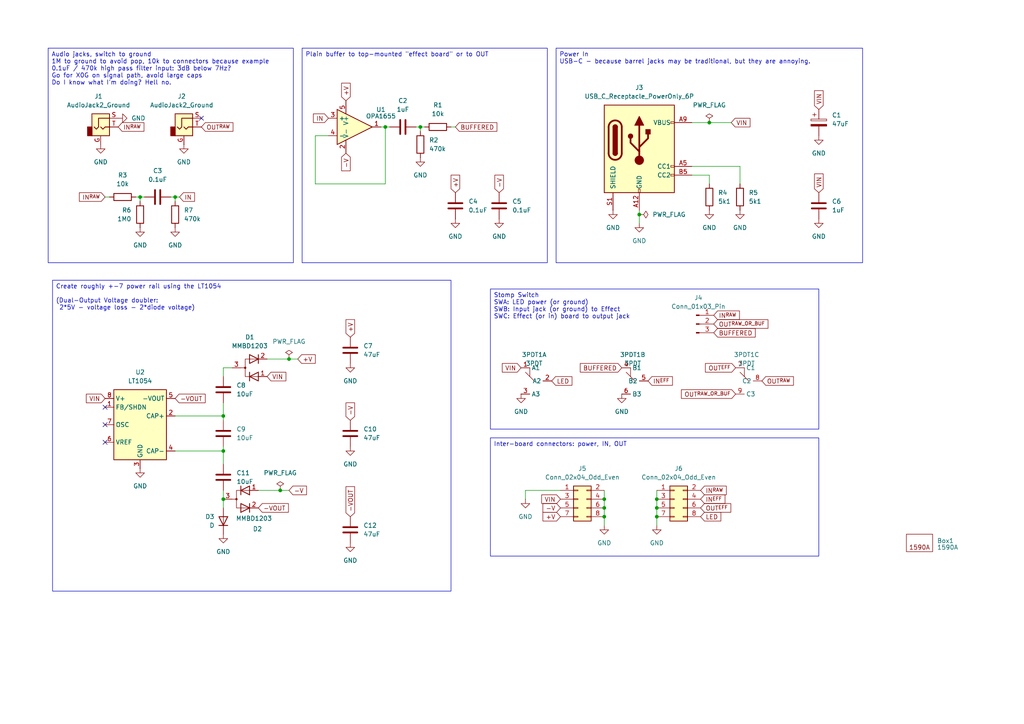
<source format=kicad_sch>
(kicad_sch (version 20231120) (generator "eeschema") (generator_version "8.0")
  (paper "A4")
  (title_block (title "Base board with USB-C and LT1054 for power rails") (date "2025-02-28") (rev "v1.0"))
  (lib_symbols
    (symbol "Connector:Conn_01x03_Pin" (pin_names (offset 1.016) hide)
      (property "Reference" "J" (at 0 5.08 0))
      (property "Value" "Conn_01x03_Pin" (at 0 -5.08 0))
      (symbol "Conn_01x03_Pin_1_1"
        (polyline (pts (xy 1.27 -2.54) (xy 0.8636 -2.54)) (stroke (width 0.1524)))
        (polyline (pts (xy 1.27 0) (xy 0.8636 0)) (stroke (width 0.1524)))
        (polyline (pts (xy 1.27 2.54) (xy 0.8636 2.54)) (stroke (width 0.1524)))
        (rectangle (start 0.8636 -2.413) (end 0 -2.667) (stroke (width 0.1524)) (fill (type outline)))
        (rectangle (start 0.8636 0.127) (end 0 -0.127) (stroke (width 0.1524)) (fill (type outline)))
        (rectangle (start 0.8636 2.667) (end 0 2.413) (stroke (width 0.1524)) (fill (type outline)))
        (pin passive line (at 5.08 2.54 180) (length 3.81) (name "Pin_1") (number "1"))
        (pin passive line (at 5.08 0 180) (length 3.81) (name "Pin_2") (number "2"))
        (pin passive line (at 5.08 -2.54 180) (length 3.81) (name "Pin_3") (number "3"))
      )
    )
    (symbol "Connector:USB_C_Receptacle_PowerOnly_6P" (pin_names (offset 1.016))
      (property "Reference" "J" (at 0 16.51 0))
      (property "Value" "USB_C_Receptacle_PowerOnly_6P" (at 0 13.97 0))
      (symbol "USB_C_Receptacle_PowerOnly_6P_0_0"
        (rectangle (start -0.254 -12.7) (end 0.254 -11.684))
        (rectangle (start 10.16 -7.366) (end 9.144 -7.874))
        (rectangle (start 10.16 -4.826) (end 9.144 -5.334))
        (rectangle (start 10.16 7.874) (end 9.144 7.366))
      )
      (symbol "USB_C_Receptacle_PowerOnly_6P_0_1"
        (rectangle (start -10.16 12.7) (end 10.16 -12.7) (stroke (width 0.254)) (fill (type background)))
        (arc (start -8.89 -1.27) (mid -6.985 -3.1667) (end -5.08 -1.27) (stroke (width 0.508)))
        (arc (start -7.62 -1.27) (mid -6.985 -1.9023) (end -6.35 -1.27) (stroke (width 0.254)))
        (arc (start -7.62 -1.27) (mid -6.985 -1.9023) (end -6.35 -1.27) (stroke (width 0.254)) (fill (type outline)))
        (rectangle (start -7.62 -1.27) (end -6.35 6.35) (stroke (width 0.254)) (fill (type outline)))
        (arc (start -6.35 6.35) (mid -6.985 6.9823) (end -7.62 6.35) (stroke (width 0.254)))
        (arc (start -6.35 6.35) (mid -6.985 6.9823) (end -7.62 6.35) (stroke (width 0.254)) (fill (type outline)))
        (arc (start -5.08 6.35) (mid -6.985 8.2467) (end -8.89 6.35) (stroke (width 0.508)))
        (circle (center -2.54 3.683) (radius 0.635) (stroke (width 0.254)) (fill (type outline)))
        (circle (center 0 -3.302) (radius 1.27) (fill (type outline)))
        (polyline (pts (xy -8.89 -1.27) (xy -8.89 6.35)) (stroke (width 0.508)))
        (polyline (pts (xy -5.08 6.35) (xy -5.08 -1.27)) (stroke (width 0.508)))
        (polyline (pts (xy 0 -3.302) (xy 0 6.858)) (stroke (width 0.508)))
        (polyline (pts (xy 0 -0.762) (xy -2.54 1.778) (xy -2.54 3.048)) (stroke (width 0.508)))
        (polyline (pts (xy 0 0.508) (xy 2.54 3.048) (xy 2.54 4.318)) (stroke (width 0.508)))
        (polyline (pts (xy -1.27 6.858) (xy 0 9.398) (xy 1.27 6.858) (xy -1.27 6.858)) (stroke (width 0.254)) (fill (type outline)))
        (rectangle (start 1.905 4.318) (end 3.175 5.588) (stroke (width 0.254)) (fill (type outline)))
      )
      (symbol "USB_C_Receptacle_PowerOnly_6P_1_1"
        (pin passive line (at 0 -17.78 90) (length 5.08) (name "GND") (number "A12"))
        (pin bidirectional line (at 15.24 -5.08 180) (length 5.08) (name "CC1") (number "A5"))
        (pin passive line (at 15.24 7.62 180) (length 5.08) (name "VBUS") (number "A9"))
        (pin passive line (at 0 -17.78 90) (length 5.08) hide (name "GND") (number "B12"))
        (pin bidirectional line (at 15.24 -7.62 180) (length 5.08) (name "CC2") (number "B5"))
        (pin passive line (at 15.24 7.62 180) (length 5.08) hide (name "VBUS") (number "B9"))
        (pin passive line (at -7.62 -17.78 90) (length 5.08) (name "SHIELD") (number "S1"))
      )
    )
    (symbol "Connector_Audio:AudioJack2_Ground"
      (property "Reference" "J" (at 0 8.89 0))
      (property "Value" "AudioJack2_Ground" (at 0 6.35 0))
      (symbol "AudioJack2_Ground_0_1"
        (rectangle (start -2.54 -2.54) (end -3.81 0) (stroke (width 0.254)) (fill (type outline)))
        (polyline (pts (xy 0 0) (xy 0.635 -0.635) (xy 1.27 0) (xy 2.54 0)) (stroke (width 0.254)))
        (polyline (pts (xy 2.54 2.54) (xy -0.635 2.54) (xy -0.635 0) (xy -1.27 -0.635) (xy -1.905 0)) (stroke (width 0.254)))
        (rectangle (start 2.54 3.81) (end -2.54 -2.54) (stroke (width 0.254)) (fill (type background)))
      )
      (symbol "AudioJack2_Ground_1_1"
        (pin passive line (at 0 -5.08 90) (length 2.54) (name "~") (number "G"))
        (pin passive line (at 5.08 2.54 180) (length 2.54) (name "~") (number "S"))
        (pin passive line (at 5.08 0 180) (length 2.54) (name "~") (number "T"))
      )
    )
    (symbol "Connector_Generic:Conn_02x04_Odd_Even" (pin_names (offset 1.016) hide)
      (property "Reference" "J" (at 1.27 5.08 0))
      (property "Value" "Conn_02x04_Odd_Even" (at 1.27 -7.62 0))
      (symbol "Conn_02x04_Odd_Even_1_1"
        (rectangle (start -1.27 -4.953) (end 0 -5.207) (stroke (width 0.1524)))
        (rectangle (start -1.27 -2.413) (end 0 -2.667) (stroke (width 0.1524)))
        (rectangle (start -1.27 0.127) (end 0 -0.127) (stroke (width 0.1524)))
        (rectangle (start -1.27 2.667) (end 0 2.413) (stroke (width 0.1524)))
        (rectangle (start -1.27 3.81) (end 3.81 -6.35) (stroke (width 0.254)) (fill (type background)))
        (rectangle (start 3.81 -4.953) (end 2.54 -5.207) (stroke (width 0.1524)))
        (rectangle (start 3.81 -2.413) (end 2.54 -2.667) (stroke (width 0.1524)))
        (rectangle (start 3.81 0.127) (end 2.54 -0.127) (stroke (width 0.1524)))
        (rectangle (start 3.81 2.667) (end 2.54 2.413) (stroke (width 0.1524)))
        (pin passive line (at -5.08 2.54 0) (length 3.81) (name "Pin_1") (number "1"))
        (pin passive line (at 7.62 2.54 180) (length 3.81) (name "Pin_2") (number "2"))
        (pin passive line (at -5.08 0 0) (length 3.81) (name "Pin_3") (number "3"))
        (pin passive line (at 7.62 0 180) (length 3.81) (name "Pin_4") (number "4"))
        (pin passive line (at -5.08 -2.54 0) (length 3.81) (name "Pin_5") (number "5"))
        (pin passive line (at 7.62 -2.54 180) (length 3.81) (name "Pin_6") (number "6"))
        (pin passive line (at -5.08 -5.08 0) (length 3.81) (name "Pin_7") (number "7"))
        (pin passive line (at 7.62 -5.08 180) (length 3.81) (name "Pin_8") (number "8"))
      )
    )
    (symbol "Device:C" (pin_numbers hide) (pin_names (offset 0.254))
      (property "Reference" "C" (at 0.635 2.54 0))
      (property "Value" "C" (at 0.635 -2.54 0))
      (symbol "C_0_1"
        (polyline (pts (xy -2.032 -0.762) (xy 2.032 -0.762)) (stroke (width 0.508)))
        (polyline (pts (xy -2.032 0.762) (xy 2.032 0.762)) (stroke (width 0.508)))
      )
      (symbol "C_1_1"
        (pin passive line (at 0 3.81 270) (length 2.794) (name "~") (number "1"))
        (pin passive line (at 0 -3.81 90) (length 2.794) (name "~") (number "2"))
      )
    )
    (symbol "Device:C_Polarized" (pin_numbers hide) (pin_names (offset 0.254))
      (property "Reference" "C" (at 0.635 2.54 0))
      (property "Value" "C_Polarized" (at 0.635 -2.54 0))
      (symbol "C_Polarized_0_1"
        (rectangle (start -2.286 0.508) (end 2.286 1.016))
        (polyline (pts (xy -1.778 2.286) (xy -0.762 2.286)))
        (polyline (pts (xy -1.27 2.794) (xy -1.27 1.778)))
        (rectangle (start 2.286 -0.508) (end -2.286 -1.016) (fill (type outline)))
      )
      (symbol "C_Polarized_1_1"
        (pin passive line (at 0 3.81 270) (length 2.794) (name "~") (number "1"))
        (pin passive line (at 0 -3.81 90) (length 2.794) (name "~") (number "2"))
      )
    )
    (symbol "Device:D" (pin_numbers hide) (pin_names (offset 1.016) hide)
      (property "Reference" "D" (at 0 2.54 0))
      (property "Value" "D" (at 0 -2.54 0))
      (symbol "D_0_1"
        (polyline (pts (xy -1.27 1.27) (xy -1.27 -1.27)) (stroke (width 0.254)))
        (polyline (pts (xy 1.27 0) (xy -1.27 0)))
        (polyline (pts (xy 1.27 1.27) (xy 1.27 -1.27) (xy -1.27 0) (xy 1.27 1.27)) (stroke (width 0.254)))
      )
      (symbol "D_1_1"
        (pin passive line (at -3.81 0 0) (length 2.54) (name "K") (number "1"))
        (pin passive line (at 3.81 0 180) (length 2.54) (name "A") (number "2"))
      )
    )
    (symbol "Device:D_Dual_Series_AKC_Parallel" (pin_names (offset 0.762) hide)
      (property "Reference" "D" (at 0 5.08 0))
      (property "Value" "D_Dual_Series_AKC_Parallel" (at 0 -5.08 0))
      (symbol "D_Dual_Series_AKC_Parallel_0_0"
        (polyline (pts (xy 0 -1.27) (xy 0 -3.81)) (stroke (width 0.254)))
        (polyline (pts (xy 2.54 3.81) (xy 2.54 1.27)) (stroke (width 0.254)))
      )
      (symbol "D_Dual_Series_AKC_Parallel_0_1"
        (circle (center -1.27 0) (radius 0.254) (fill (type outline)))
        (polyline (pts (xy -1.27 0) (xy -2.54 0)))
        (polyline (pts (xy 2.54 2.54) (xy -1.27 2.54) (xy -1.27 -2.54) (xy 2.54 -2.54)))
        (polyline (pts (xy 0 3.81) (xy 2.54 2.54) (xy 0 1.27) (xy 0 3.81) (xy 0 3.81) (xy 0 3.81)) (stroke (width 0.254)))
        (polyline (pts (xy 2.54 -1.27) (xy 0 -2.54) (xy 2.54 -3.81) (xy 2.54 -1.27) (xy 2.54 -1.27) (xy 2.54 -1.27)) (stroke (width 0.254)))
        (pin passive line (at 5.08 -2.54 180) (length 2.54) (name "A") (number "1"))
        (pin passive line (at 5.08 2.54 180) (length 2.54) (name "K") (number "2"))
        (pin passive line (at -5.08 0 0) (length 2.54) (name "common") (number "3"))
      )
    )
    (symbol "Device:R" (pin_numbers hide) (pin_names (offset 0))
      (property "Reference" "R" (at 2.032 0 90))
      (property "Value" "R" (at 0 0 90))
      (symbol "R_0_1"
        (rectangle (start -1.016 -2.54) (end 1.016 2.54) (stroke (width 0.254)))
      )
      (symbol "R_1_1"
        (pin passive line (at 0 3.81 270) (length 1.27) (name "~") (number "1"))
        (pin passive line (at 0 -3.81 90) (length 1.27) (name "~") (number "2"))
      )
    )
    (symbol "Mylib:3PDT"
      (property "Reference" "3PDT" (at 0 0 0))
      (symbol "3PDT_0_1"
        (polyline (pts (xy 0 -3.81) (xy 0 -6.35)))
        (polyline (pts (xy 1.27 -7.62) (xy -1.27 -5.08)))
      )
      (symbol "3PDT_1_1"
        (pin passive line (at -2.54 -3.81 0) (length 2.54) (name "A1") (number "1"))
        (pin passive line (at 6.35 -7.62 180) (length 2.54) (name "A2") (number "2"))
        (pin passive line (at -2.54 -11.43 0) (length 2.54) (name "A3") (number "3"))
      )
      (symbol "3PDT_2_1"
        (pin passive line (at -2.54 -3.81 0) (length 2.54) (name "B1") (number "4"))
        (pin passive line (at 5.08 -7.62 180) (length 2.54) (name "B2") (number "5"))
        (pin passive line (at -2.54 -11.43 0) (length 2.54) (name "B3") (number "6"))
      )
      (symbol "3PDT_3_1"
        (pin passive line (at -2.54 -3.81 0) (length 2.54) (name "C1") (number "7"))
        (pin passive line (at 5.08 -7.62 180) (length 2.54) (name "C2") (number "8"))
        (pin passive line (at -2.54 -11.43 0) (length 2.54) (name "C3") (number "9"))
      )
    )
    (symbol "Mylib:Enclosure_1590A"
      (property "Reference" "Box" (at 0 0 0))
      (symbol "Enclosure_1590A_0_1"
        (rectangle (start -3.81 1.27) (end 3.81 -3.81))
      )
      (symbol "Enclosure_1590A_1_1"
        (text "1590A" (at 0 -2.54 0) (effects (font (size 1.27 1.27))))
      )
    )
    (symbol "Mylib:OPA1655DVB"
      (property "Reference" "U" (at -6.35 6.35 0))
      (symbol "OPA1655DVB_0_1"
        (polyline (pts (xy 0 5.08) (xy 10.16 0) (xy 0 -5.08) (xy 0 5.08)) (stroke (width 0.254)) (fill (type background)))
        (pin power_in line (at 2.54 -7.62 90) (length 3.81) (name "V-") (number "2"))
        (pin power_in line (at 2.54 7.62 270) (length 3.81) (name "V+") (number "5"))
      )
      (symbol "OPA1655DVB_1_1"
        (pin output line (at 12.7 0 180) (length 2.54) (name "~") (number "1"))
        (pin input line (at -2.54 2.54 0) (length 2.54) (name "+") (number "3"))
        (pin input line (at -2.54 -2.54 0) (length 2.54) (name "-") (number "4"))
      )
    )
    (symbol "Regulator_SwitchedCapacitor:LT1054"
      (property "Reference" "U" (at -6.604 11.176 0))
      (property "Value" "LT1054" (at 4.318 11.176 0))
      (symbol "LT1054_0_1"
        (rectangle (start -7.62 10.16) (end 7.62 -10.16) (stroke (width 0.254)) (fill (type background)))
      )
      (symbol "LT1054_1_1"
        (pin input line (at -10.16 5.08 0) (length 2.54) (name "FB/SHDN") (number "1"))
        (pin input line (at 10.16 2.54 180) (length 2.54) (name "CAP+") (number "2"))
        (pin power_in line (at 0 -12.7 90) (length 2.54) (name "GND") (number "3"))
        (pin input line (at 10.16 -7.62 180) (length 2.54) (name "CAP-") (number "4"))
        (pin power_out line (at 10.16 7.62 180) (length 2.54) (name "-VOUT") (number "5"))
        (pin output line (at -10.16 -5.08 0) (length 2.54) (name "VREF") (number "6"))
        (pin input line (at -10.16 0 0) (length 2.54) (name "OSC") (number "7"))
        (pin power_in line (at -10.16 7.62 0) (length 2.54) (name "V+") (number "8"))
      )
    )
    (symbol "power:GND" (power) (pin_numbers hide) (pin_names (offset 0) hide)
      (property "Value" "GND" (at 0 -3.81 0))
      (symbol "GND_0_1"
        (polyline (pts (xy 0 0) (xy 0 -1.27) (xy 1.27 -1.27) (xy 0 -2.54) (xy -1.27 -1.27) (xy 0 -1.27)))
      )
      (symbol "GND_1_1"
        (pin power_in line (at 0 0 270) (length 0) (name "~") (number "1"))
      )
    )
    (symbol "power:PWR_FLAG" (power) (pin_numbers hide) (pin_names (offset 0) hide)
      (property "Value" "PWR_FLAG" (at 0 3.81 0))
      (symbol "PWR_FLAG_0_0"
        (pin power_out line (at 0 0 90) (length 0) (name "~") (number "1"))
      )
      (symbol "PWR_FLAG_0_1"
        (polyline (pts (xy 0 0) (xy 0 1.27) (xy -1.016 1.905) (xy 0 2.54) (xy 1.016 1.905) (xy 0 1.27)))
      )
    )
  )
  (junction (at 190.5 147.32))
  (junction (at 64.77 130.81))
  (junction (at 81.28 142.24))
  (junction (at 175.26 147.32))
  (junction (at 175.26 144.78))
  (junction (at 190.5 144.78))
  (junction (at 175.26 149.86))
  (junction (at 121.92 36.83))
  (junction (at 185.42 62.23))
  (junction (at 190.5 149.86))
  (junction (at 50.8 57.15))
  (junction (at 205.74 35.56))
  (junction (at 83.82 104.14))
  (junction (at 64.77 144.78))
  (junction (at 111.76 36.83))
  (junction (at 40.64 57.15))
  (junction (at 64.77 120.65))
  (no_connect (at 58.42 34.29))
  (no_connect (at 30.48 118.11))
  (no_connect (at 30.48 123.19))
  (no_connect (at 30.48 128.27))
  (wire (pts (xy 205.74 50.8) (xy 205.74 53.34)))
  (wire (pts (xy 212.09 35.56) (xy 205.74 35.56)))
  (wire (pts (xy 175.26 149.86) (xy 175.26 152.4)))
  (wire (pts (xy 64.77 106.68) (xy 67.31 106.68)))
  (wire (pts (xy 64.77 142.24) (xy 64.77 144.78)))
  (wire (pts (xy 130.81 36.83) (xy 132.08 36.83)))
  (wire (pts (xy 162.56 142.24) (xy 152.4 142.24)))
  (wire (pts (xy 40.64 57.15) (xy 40.64 58.42)))
  (wire (pts (xy 111.76 36.83) (xy 111.76 53.34)))
  (wire (pts (xy 64.77 129.54) (xy 64.77 130.81)))
  (wire (pts (xy 50.8 57.15) (xy 52.07 57.15)))
  (wire (pts (xy 91.44 53.34) (xy 91.44 39.37)))
  (wire (pts (xy 190.5 142.24) (xy 190.5 144.78)))
  (wire (pts (xy 40.64 57.15) (xy 41.91 57.15)))
  (wire (pts (xy 214.63 48.26) (xy 214.63 53.34)))
  (wire (pts (xy 111.76 53.34) (xy 91.44 53.34)))
  (wire (pts (xy 113.03 36.83) (xy 111.76 36.83)))
  (wire (pts (xy 190.5 144.78) (xy 190.5 147.32)))
  (wire (pts (xy 50.8 57.15) (xy 50.8 58.42)))
  (wire (pts (xy 81.28 142.24) (xy 74.93 142.24)))
  (wire (pts (xy 83.82 142.24) (xy 81.28 142.24)))
  (wire (pts (xy 185.42 64.77) (xy 185.42 62.23)))
  (wire (pts (xy 200.66 48.26) (xy 214.63 48.26)))
  (wire (pts (xy 175.26 147.32) (xy 175.26 149.86)))
  (wire (pts (xy 30.48 57.15) (xy 31.75 57.15)))
  (wire (pts (xy 185.42 62.23) (xy 185.42 60.96)))
  (wire (pts (xy 64.77 109.22) (xy 64.77 106.68)))
  (wire (pts (xy 64.77 116.84) (xy 64.77 120.65)))
  (wire (pts (xy 200.66 50.8) (xy 205.74 50.8)))
  (wire (pts (xy 64.77 144.78) (xy 64.77 147.32)))
  (wire (pts (xy 152.4 142.24) (xy 152.4 144.78)))
  (wire (pts (xy 83.82 104.14) (xy 77.47 104.14)))
  (wire (pts (xy 175.26 144.78) (xy 175.26 147.32)))
  (wire (pts (xy 50.8 130.81) (xy 64.77 130.81)))
  (wire (pts (xy 64.77 130.81) (xy 64.77 134.62)))
  (wire (pts (xy 190.5 149.86) (xy 190.5 152.4)))
  (wire (pts (xy 121.92 36.83) (xy 123.19 36.83)))
  (wire (pts (xy 205.74 35.56) (xy 200.66 35.56)))
  (wire (pts (xy 86.36 104.14) (xy 83.82 104.14)))
  (wire (pts (xy 50.8 120.65) (xy 64.77 120.65)))
  (wire (pts (xy 91.44 39.37) (xy 95.25 39.37)))
  (wire (pts (xy 49.53 57.15) (xy 50.8 57.15)))
  (wire (pts (xy 120.65 36.83) (xy 121.92 36.83)))
  (wire (pts (xy 110.49 36.83) (xy 111.76 36.83)))
  (wire (pts (xy 121.92 36.83) (xy 121.92 38.1)))
  (wire (pts (xy 64.77 120.65) (xy 64.77 121.92)))
  (wire (pts (xy 190.5 147.32) (xy 190.5 149.86)))
  (wire (pts (xy 175.26 142.24) (xy 175.26 144.78)))
  (wire (pts (xy 39.37 57.15) (xy 40.64 57.15)))
  (text_box "Audio jacks, switch to ground\n1M to ground to avoid pop, 10k to connectors because example\n0.1uF / 470k high pass filter input: 3dB below 7Hz?\nGo for X0G on signal path, avoid large caps\nDo I know what I'm doing? Hell no." (at 13.97 13.97 0) (size 71.12 62.23) (effects (font (size 1.27 1.27)) (justify left top)))
  (text_box "Power In\nUSB-C - because barrel jacks may be traditional, but they are annoying." (at 161.29 13.97 0) (size 88.9 62.23) (effects (font (size 1.27 1.27)) (justify left top)))
  (text_box "Plain buffer to top-mounted \"effect board\" or to OUT" (at 87.63 13.97 0) (size 71.12 62.23) (effects (font (size 1.27 1.27)) (justify left top)))
  (text_box "Inter-board connectors: power, IN, OUT" (at 142.24 127 0) (size 95.25 34.29) (effects (font (size 1.27 1.27)) (justify left top)))
  (text_box "Stomp Switch\nSWA: LED power (or ground)\nSWB: Input jack (or ground) to Effect\nSWC: Effect (or in) board to output jack" (at 142.24 83.82 0) (size 95.25 40.64) (effects (font (size 1.27 1.27)) (justify left top)))
  (text_box "Create roughly +-7 power rail using the LT1054\n\n(Dual-Output Voltage doubler:\n 2*5V - voltage loss - 2*diode voltage)" (at 15.24 81.28 0) (size 115.57 90.17) (effects (font (size 1.27 1.27)) (justify left top)))
  (global_label "VIN" (shape input) (at 237.49 55.88 90) (property "Intersheetrefs" "${INTERSHEET_REFS}" (effects (hide yes))))
  (global_label "+V" (shape input) (at 86.36 104.14 0) (property "Intersheetrefs" "${INTERSHEET_REFS}" (effects (hide yes))))
  (global_label "-VOUT" (shape input) (at 50.8 115.57 0) (property "Intersheetrefs" "${INTERSHEET_REFS}" (effects (hide yes))))
  (global_label "IN^{EFF}" (shape input) (at 187.96 110.49 0) (property "Intersheetrefs" "${INTERSHEET_REFS}" (effects (hide yes))))
  (global_label "IN^{RAW}" (shape input) (at 203.2 142.24 0) (property "Intersheetrefs" "${INTERSHEET_REFS}" (effects (hide yes))))
  (global_label "OUT^{RAW_OR_BUF}" (shape input) (at 213.36 114.3 180) (property "Intersheetrefs" "${INTERSHEET_REFS}" (effects (hide yes))))
  (global_label "BUFFERED" (shape input) (at 207.01 96.52 0) (property "Intersheetrefs" "${INTERSHEET_REFS}" (effects (hide yes))))
  (global_label "BUFFERED" (shape input) (at 180.34 106.68 180) (property "Intersheetrefs" "${INTERSHEET_REFS}" (effects (hide yes))))
  (global_label "IN" (shape input) (at 52.07 57.15 0) (property "Intersheetrefs" "${INTERSHEET_REFS}" (effects (hide yes))))
  (global_label "OUT^{RAW}" (shape input) (at 58.42 36.83 0) (property "Intersheetrefs" "${INTERSHEET_REFS}" (effects (hide yes))))
  (global_label "VIN" (shape input) (at 30.48 115.57 180) (property "Intersheetrefs" "${INTERSHEET_REFS}" (effects (hide yes))))
  (global_label "VIN" (shape input) (at 151.13 106.68 180) (property "Intersheetrefs" "${INTERSHEET_REFS}" (effects (hide yes))))
  (global_label "VIN" (shape input) (at 237.49 31.75 90) (property "Intersheetrefs" "${INTERSHEET_REFS}" (effects (hide yes))))
  (global_label "+V" (shape input) (at 101.6 97.79 90) (property "Intersheetrefs" "${INTERSHEET_REFS}" (effects (hide yes))))
  (global_label "OUT^{EFF}" (shape input) (at 213.36 106.68 180) (property "Intersheetrefs" "${INTERSHEET_REFS}" (effects (hide yes))))
  (global_label "-V" (shape input) (at 100.33 44.45 270) (property "Intersheetrefs" "${INTERSHEET_REFS}" (effects (hide yes))))
  (global_label "IN^{RAW}" (shape input) (at 34.29 36.83 0) (property "Intersheetrefs" "${INTERSHEET_REFS}" (effects (hide yes))))
  (global_label "+V" (shape input) (at 132.08 55.88 90) (property "Intersheetrefs" "${INTERSHEET_REFS}" (effects (hide yes))))
  (global_label "IN^{RAW}" (shape input) (at 207.01 91.44 0) (property "Intersheetrefs" "${INTERSHEET_REFS}" (effects (hide yes))))
  (global_label "-V" (shape input) (at 83.82 142.24 0) (property "Intersheetrefs" "${INTERSHEET_REFS}" (effects (hide yes))))
  (global_label "-VOUT" (shape input) (at 101.6 149.86 90) (property "Intersheetrefs" "${INTERSHEET_REFS}" (effects (hide yes))))
  (global_label "VIN" (shape input) (at 212.09 35.56 0) (property "Intersheetrefs" "${INTERSHEET_REFS}" (effects (hide yes))))
  (global_label "IN^{RAW}" (shape input) (at 30.48 57.15 180) (property "Intersheetrefs" "${INTERSHEET_REFS}" (effects (hide yes))))
  (global_label "OUT^{RAW_OR_BUF}" (shape input) (at 207.01 93.98 0) (property "Intersheetrefs" "${INTERSHEET_REFS}" (effects (hide yes))))
  (global_label "LED" (shape input) (at 203.2 149.86 0) (property "Intersheetrefs" "${INTERSHEET_REFS}" (effects (hide yes))))
  (global_label "IN" (shape input) (at 95.25 34.29 180) (property "Intersheetrefs" "${INTERSHEET_REFS}" (effects (hide yes))))
  (global_label "-V" (shape input) (at 144.78 55.88 90) (property "Intersheetrefs" "${INTERSHEET_REFS}" (effects (hide yes))))
  (global_label "VIN" (shape input) (at 77.47 109.22 0) (property "Intersheetrefs" "${INTERSHEET_REFS}" (effects (hide yes))))
  (global_label "-V" (shape input) (at 162.56 147.32 180) (property "Intersheetrefs" "${INTERSHEET_REFS}" (effects (hide yes))))
  (global_label "BUFFERED" (shape input) (at 132.08 36.83 0) (property "Intersheetrefs" "${INTERSHEET_REFS}" (effects (hide yes))))
  (global_label "-V" (shape input) (at 101.6 121.92 90) (property "Intersheetrefs" "${INTERSHEET_REFS}" (effects (hide yes))))
  (global_label "+V" (shape input) (at 100.33 29.21 90) (property "Intersheetrefs" "${INTERSHEET_REFS}" (effects (hide yes))))
  (global_label "+V" (shape input) (at 162.56 149.86 180) (property "Intersheetrefs" "${INTERSHEET_REFS}" (effects (hide yes))))
  (global_label "OUT^{EFF}" (shape input) (at 203.2 147.32 0) (property "Intersheetrefs" "${INTERSHEET_REFS}" (effects (hide yes))))
  (global_label "LED" (shape input) (at 160.02 110.49 0) (property "Intersheetrefs" "${INTERSHEET_REFS}" (effects (hide yes))))
  (global_label "OUT^{RAW}" (shape input) (at 220.98 110.49 0) (property "Intersheetrefs" "${INTERSHEET_REFS}" (effects (hide yes))))
  (global_label "IN^{EFF}" (shape input) (at 203.2 144.78 0) (property "Intersheetrefs" "${INTERSHEET_REFS}" (effects (hide yes))))
  (global_label "-VOUT" (shape input) (at 74.93 147.32 0) (property "Intersheetrefs" "${INTERSHEET_REFS}" (effects (hide yes))))
  (global_label "VIN" (shape input) (at 162.56 144.78 180) (property "Intersheetrefs" "${INTERSHEET_REFS}" (effects (hide yes))))
  (symbol (lib_id "Device:C") (at 64.77 138.43 0) (unit 1)
    (property "Reference" "C11" (at 68.58 137.1599 0) (effects (justify left)))
    (property "Value" "10uF" (at 68.58 139.6999 0) (effects (justify left)))
    (property "Footprint" "Capacitor_SMD:C_1206_3216Metric_Pad1.33x1.80mm_HandSolder" (effects (hide yes)))
    (property "Description" "Unpolarized capacitor" (effects (hide yes)))
  )
  (symbol (lib_id "power:PWR_FLAG") (at 205.74 35.56 0) (unit 1)
    (property "Reference" "#FLG1" (effects (hide yes)))
    (property "Value" "PWR_FLAG" (at 205.74 30.48 0))
    (property "Description" "Special symbol for telling ERC where power comes from" (effects (hide yes)))
  )
  (symbol (lib_id "power:GND") (at 29.21 41.91 0) (unit 1)
    (property "Reference" "#PWR3" (effects (hide yes)))
    (property "Value" "GND" (at 29.21 46.99 0))
    (property "Description" "Power symbol creates a global label with name \"GND\" , ground" (effects (hide yes)))
  )
  (symbol (lib_id "Connector_Audio:AudioJack2_Ground") (at 29.21 36.83 0) (unit 1)
    (property "Reference" "J1" (at 28.575 27.94 0))
    (property "Value" "AudioJack2_Ground" (at 28.575 30.48 0))
    (property "Footprint" "Mylib:CK-6.35" (effects (hide yes)))
    (property "Description" "Audio Jack, 2 Poles (Mono / TS), Grounded Sleeve" (effects (hide yes)))
  )
  (symbol (lib_id "power:GND") (at 34.29 34.29 90) (unit 1)
    (property "Reference" "#PWR1" (effects (hide yes)))
    (property "Value" "GND" (at 38.1 34.2899 90) (effects (justify right)))
    (property "Description" "Power symbol creates a global label with name \"GND\" , ground" (effects (hide yes)))
  )
  (symbol (lib_id "Device:C") (at 64.77 125.73 0) (unit 1)
    (property "Reference" "C9" (at 68.58 124.4599 0) (effects (justify left)))
    (property "Value" "10uF" (at 68.58 126.9999 0) (effects (justify left)))
    (property "Footprint" "Capacitor_SMD:C_1206_3216Metric_Pad1.33x1.80mm_HandSolder" (effects (hide yes)))
    (property "Description" "Unpolarized capacitor" (effects (hide yes)))
  )
  (symbol (lib_id "Device:D") (at 64.77 151.13 270) (mirror x) (unit 1)
    (property "Reference" "D3" (at 62.23 149.8599 90) (effects (justify right)))
    (property "Value" "D" (at 62.23 152.3999 90) (effects (justify right)))
    (property "Footprint" "Diode_SMD:D_SOD-123" (effects (hide yes)))
    (property "Description" "Diode" (effects (hide yes)))
    (property "Sim.Device" "D" (effects (hide yes)))
    (property "Sim.Pins" "1=K 2=A" (effects (hide yes)))
  )
  (symbol (lib_id "Device:C") (at 132.08 59.69 0) (unit 1)
    (property "Reference" "C4" (at 135.89 58.4199 0) (effects (justify left)))
    (property "Value" "0.1uF" (at 135.89 60.9599 0) (effects (justify left)))
    (property "Footprint" "Capacitor_SMD:C_1206_3216Metric_Pad1.33x1.80mm_HandSolder" (effects (hide yes)))
    (property "Description" "Unpolarized capacitor" (effects (hide yes)))
  )
  (symbol (lib_id "Device:R") (at 214.63 57.15 0) (unit 1)
    (property "Reference" "R5" (at 217.17 55.8799 0) (effects (justify left)))
    (property "Value" "5k1" (at 217.17 58.4199 0) (effects (justify left)))
    (property "Footprint" "Resistor_SMD:R_0805_2012Metric_Pad1.20x1.40mm_HandSolder" (effects (hide yes)))
    (property "Description" "Resistor" (effects (hide yes)))
  )
  (symbol (lib_id "power:GND") (at 205.74 60.96 0) (unit 1)
    (property "Reference" "#PWR7" (effects (hide yes)))
    (property "Value" "GND" (at 205.74 66.04 0))
    (property "Description" "Power symbol creates a global label with name \"GND\" , ground" (effects (hide yes)))
  )
  (symbol (lib_id "Device:C") (at 116.84 36.83 90) (unit 1)
    (property "Reference" "C2" (at 116.84 29.21 90))
    (property "Value" "1uF" (at 116.84 31.75 90))
    (property "Footprint" "Capacitor_SMD:C_1206_3216Metric_Pad1.33x1.80mm_HandSolder" (effects (hide yes)))
    (property "Description" "Unpolarized capacitor" (effects (hide yes)))
  )
  (symbol (lib_id "Device:D_Dual_Series_AKC_Parallel") (at 69.85 144.78 0) (mirror x) (unit 1)
    (property "Reference" "D2" (at 74.676 153.416 0))
    (property "Value" "MMBD1203" (at 73.66 150.368 0))
    (property "Footprint" "Package_TO_SOT_SMD:SOT-23-3" (effects (hide yes)))
    (property "Description" "Dual diode, anode/cathode/center" (effects (hide yes)))
  )
  (symbol (lib_id "power:GND") (at 152.4 144.78 0) (unit 1)
    (property "Reference" "#PWR20" (effects (hide yes)))
    (property "Value" "GND" (at 152.4 149.86 0))
    (property "Description" "Power symbol creates a global label with name \"GND\" , ground" (effects (hide yes)))
  )
  (symbol (lib_id "power:PWR_FLAG") (at 185.42 62.23 270) (unit 1)
    (property "Reference" "#FLG2" (effects (hide yes)))
    (property "Value" "PWR_FLAG" (at 189.23 62.2299 90) (effects (justify left)))
    (property "Description" "Special symbol for telling ERC where power comes from" (effects (hide yes)))
  )
  (symbol (lib_id "power:GND") (at 101.6 129.54 0) (unit 1)
    (property "Reference" "#PWR18" (effects (hide yes)))
    (property "Value" "GND" (at 101.6 134.62 0))
    (property "Description" "Power symbol creates a global label with name \"GND\" , ground" (effects (hide yes)))
  )
  (symbol (lib_id "Connector:USB_C_Receptacle_PowerOnly_6P") (at 185.42 43.18 0) (unit 1)
    (property "Reference" "J3" (at 185.42 25.4 0))
    (property "Value" "USB_C_Receptacle_PowerOnly_6P" (at 185.42 27.94 0))
    (property "Footprint" "Connector_USB:USB_C_Receptacle_GCT_USB4125-xx-x-0190_6P_TopMnt_Horizontal" (effects (hide yes)))
    (property "Datasheet" "https://www.usb.org/sites/default/files/documents/usb_type-c.zip" (effects (hide yes)))
    (property "Description" "USB Power-Only 6P Type-C Receptacle connector" (effects (hide yes)))
  )
  (symbol (lib_id "Connector:Conn_01x03_Pin") (at 201.93 93.98 0) (unit 1)
    (property "Reference" "J4" (at 202.565 86.36 0))
    (property "Value" "Conn_01x03_Pin" (at 202.565 88.9 0))
    (property "Footprint" "Connector_PinHeader_2.54mm:PinHeader_1x03_P2.54mm_Vertical" (effects (hide yes)))
    (property "Description" "Generic connector, single row, 01x03, script generated" (effects (hide yes)))
  )
  (symbol (lib_id "power:GND") (at 175.26 152.4 0) (unit 1)
    (property "Reference" "#PWR21" (effects (hide yes)))
    (property "Value" "GND" (at 175.26 157.48 0))
    (property "Description" "Power symbol creates a global label with name \"GND\" , ground" (effects (hide yes)))
  )
  (symbol (lib_id "power:GND") (at 40.64 66.04 0) (unit 1)
    (property "Reference" "#PWR13" (effects (hide yes)))
    (property "Value" "GND" (at 40.64 71.12 0))
    (property "Description" "Power symbol creates a global label with name \"GND\" , ground" (effects (hide yes)))
  )
  (symbol (lib_id "Device:C") (at 101.6 101.6 0) (unit 1)
    (property "Reference" "C7" (at 105.41 100.3299 0) (effects (justify left)))
    (property "Value" "47uF" (at 105.41 102.8699 0) (effects (justify left)))
    (property "Footprint" "Capacitor_SMD:C_1206_3216Metric_Pad1.33x1.80mm_HandSolder" (effects (hide yes)))
    (property "Description" "Unpolarized capacitor" (effects (hide yes)))
  )
  (symbol (lib_id "Device:R") (at 121.92 41.91 0) (unit 1)
    (property "Reference" "R2" (at 124.46 40.6399 0) (effects (justify left)))
    (property "Value" "470k" (at 124.46 43.1799 0) (effects (justify left)))
    (property "Footprint" "Resistor_SMD:R_0805_2012Metric_Pad1.20x1.40mm_HandSolder" (effects (hide yes)))
    (property "Description" "Resistor" (effects (hide yes)))
  )
  (symbol (lib_id "Device:D_Dual_Series_AKC_Parallel") (at 72.39 106.68 0) (unit 1)
    (property "Reference" "D1" (at 72.4535 97.79 0))
    (property "Value" "MMBD1203" (at 72.4535 100.33 0))
    (property "Footprint" "Package_TO_SOT_SMD:SOT-23-3" (effects (hide yes)))
    (property "Description" "Dual diode, anode/cathode/center" (effects (hide yes)))
  )
  (symbol (lib_id "power:GND") (at 132.08 63.5 0) (unit 1)
    (property "Reference" "#PWR9" (effects (hide yes)))
    (property "Value" "GND" (at 132.08 68.58 0))
    (property "Description" "Power symbol creates a global label with name \"GND\" , ground" (effects (hide yes)))
  )
  (symbol (lib_id "Mylib:OPA1655DVB") (at 97.79 36.83 0) (unit 1)
    (property "Reference" "U1" (at 110.49 31.7814 0))
    (property "Value" "OPA1655" (at 110.49 33.6865 0))
    (property "Footprint" "Package_TO_SOT_SMD:SOT-23-5_HandSoldering" (effects (hide yes)))
    (property "Datasheet" "https://www.ti.com/lit/ds/symlink/opa1655.pdf" (effects (hide yes)))
    (property "Description" "Ultra-Low-Noise, Low-Distortion, FET-Input Audio Operational Amplifier" (effects (hide yes)))
  )
  (symbol (lib_id "Device:R") (at 35.56 57.15 90) (unit 1)
    (property "Reference" "R3" (at 35.56 50.8 90))
    (property "Value" "10k" (at 35.56 53.34 90))
    (property "Footprint" "Resistor_SMD:R_0805_2012Metric_Pad1.20x1.40mm_HandSolder" (effects (hide yes)))
    (property "Description" "Resistor" (effects (hide yes)))
  )
  (symbol (lib_id "Device:C") (at 64.77 113.03 0) (unit 1)
    (property "Reference" "C8" (at 68.58 111.7599 0) (effects (justify left)))
    (property "Value" "10uF" (at 68.58 114.2999 0) (effects (justify left)))
    (property "Footprint" "Capacitor_SMD:C_1206_3216Metric_Pad1.33x1.80mm_HandSolder" (effects (hide yes)))
    (property "Description" "Unpolarized capacitor" (effects (hide yes)))
  )
  (symbol (lib_id "Device:C") (at 45.72 57.15 90) (unit 1)
    (property "Reference" "C3" (at 45.72 49.53 90))
    (property "Value" "0.1uF" (at 45.72 52.07 90))
    (property "Footprint" "Capacitor_SMD:C_1206_3216Metric_Pad1.33x1.80mm_HandSolder" (effects (hide yes)))
    (property "Description" "Unpolarized capacitor" (effects (hide yes)))
  )
  (symbol (lib_id "power:GND") (at 40.64 135.89 0) (unit 1)
    (property "Reference" "#PWR19" (effects (hide yes)))
    (property "Value" "GND" (at 40.64 140.97 0))
    (property "Description" "Power symbol creates a global label with name \"GND\" , ground" (effects (hide yes)))
  )
  (symbol (lib_id "Regulator_SwitchedCapacitor:LT1054") (at 40.64 123.19 0) (unit 1)
    (property "Reference" "U2" (at 40.64 107.95 0))
    (property "Value" "LT1054" (at 40.64 110.49 0))
    (property "Footprint" "Package_SO:SOIC-8_3.9x4.9mm_P1.27mm" (effects (hide yes)))
    (property "Datasheet" "https://www.analog.com/media/en/technical-documentation/data-sheets/1054lfh.pdf" (effects (hide yes)))
    (property "Description" "Switched-Capacitor Voltage Converter with Regulator, output current 100mA, operating range 3.5V to 15V, low loss 1.1V at 100mA, DIP-8/SO-8" (effects (hide yes)))
  )
  (symbol (lib_id "Mylib:3PDT") (at 182.88 102.87 0) (unit 2)
    (property "Reference" "3PDT1" (at 183.515 102.87 0))
    (property "Value" "3PDT" (at 183.515 105.41 0))
    (property "Footprint" "Mylib:3PDT-Stomp-Switch" (effects (hide yes)))
  )
  (symbol (lib_id "Device:C") (at 144.78 59.69 0) (unit 1)
    (property "Reference" "C5" (at 148.59 58.4199 0) (effects (justify left)))
    (property "Value" "0.1uF" (at 148.59 60.9599 0) (effects (justify left)))
    (property "Footprint" "Capacitor_SMD:C_1206_3216Metric_Pad1.33x1.80mm_HandSolder" (effects (hide yes)))
    (property "Description" "Unpolarized capacitor" (effects (hide yes)))
  )
  (symbol (lib_id "power:GND") (at 53.34 41.91 0) (unit 1)
    (property "Reference" "#PWR4" (effects (hide yes)))
    (property "Value" "GND" (at 53.34 46.99 0))
    (property "Description" "Power symbol creates a global label with name \"GND\" , ground" (effects (hide yes)))
  )
  (symbol (lib_id "Mylib:Enclosure_1590A") (at 266.7 156.21 0) (unit 1)
    (property "Reference" "Box1" (at 271.78 156.8449 0) (effects (justify left)))
    (property "Value" "1590A" (at 271.78 158.75 0) (effects (justify left)))
    (property "Footprint" "Mylib:1590A" (effects (hide yes)))
  )
  (symbol (lib_id "power:GND") (at 101.6 105.41 0) (unit 1)
    (property "Reference" "#PWR15" (effects (hide yes)))
    (property "Value" "GND" (at 101.6 110.49 0))
    (property "Description" "Power symbol creates a global label with name \"GND\" , ground" (effects (hide yes)))
  )
  (symbol (lib_id "Device:R") (at 40.64 62.23 0) (mirror y) (unit 1)
    (property "Reference" "R6" (at 38.1 60.9599 0) (effects (justify left)))
    (property "Value" "1M0" (at 38.1 63.4999 0) (effects (justify left)))
    (property "Footprint" "Resistor_SMD:R_0805_2012Metric_Pad1.20x1.40mm_HandSolder" (effects (hide yes)))
    (property "Description" "Resistor" (effects (hide yes)))
  )
  (symbol (lib_id "Connector_Generic:Conn_02x04_Odd_Even") (at 195.58 144.78 0) (unit 1)
    (property "Reference" "J6" (at 196.85 135.89 0))
    (property "Value" "Conn_02x04_Odd_Even" (at 196.85 138.43 0))
    (property "Footprint" "Connector_PinHeader_2.54mm:PinHeader_2x04_P2.54mm_Vertical" (effects (hide yes)))
    (property "Description" "Generic connector, double row, 02x04, odd/even pin numbering scheme (row 1 odd numbers, row 2 even numbers), script generated (kicad-library-utils/schlib/autogen/connector/)" (effects (hide yes)))
  )
  (symbol (lib_id "Device:C") (at 237.49 59.69 0) (unit 1)
    (property "Reference" "C6" (at 241.3 58.4199 0) (effects (justify left)))
    (property "Value" "1uF" (at 241.3 60.9599 0) (effects (justify left)))
    (property "Footprint" "Capacitor_SMD:C_1206_3216Metric_Pad1.33x1.80mm_HandSolder" (effects (hide yes)))
    (property "Description" "Unpolarized capacitor" (effects (hide yes)))
  )
  (symbol (lib_id "power:GND") (at 190.5 152.4 0) (mirror y) (unit 1)
    (property "Reference" "#PWR22" (effects (hide yes)))
    (property "Value" "GND" (at 190.5 157.48 0))
    (property "Description" "Power symbol creates a global label with name \"GND\" , ground" (effects (hide yes)))
  )
  (symbol (lib_id "power:GND") (at 121.92 45.72 0) (unit 1)
    (property "Reference" "#PWR5" (effects (hide yes)))
    (property "Value" "GND" (at 121.92 50.8 0))
    (property "Description" "Power symbol creates a global label with name \"GND\" , ground" (effects (hide yes)))
  )
  (symbol (lib_id "Mylib:3PDT") (at 153.67 102.87 0) (unit 1)
    (property "Reference" "3PDT1" (at 154.94 102.87 0))
    (property "Value" "3PDT" (at 154.94 105.41 0))
    (property "Footprint" "Mylib:3PDT-Stomp-Switch" (effects (hide yes)))
  )
  (symbol (lib_id "power:GND") (at 64.77 154.94 0) (unit 1)
    (property "Reference" "#PWR23" (effects (hide yes)))
    (property "Value" "GND" (at 64.77 160.02 0))
    (property "Description" "Power symbol creates a global label with name \"GND\" , ground" (effects (hide yes)))
  )
  (symbol (lib_id "Device:C_Polarized") (at 237.49 35.56 0) (unit 1)
    (property "Reference" "C1" (at 241.3 33.4009 0) (effects (justify left)))
    (property "Value" "47uF" (at 241.3 35.9409 0) (effects (justify left)))
    (property "Footprint" "Capacitor_THT:CP_Radial_D5.0mm_P2.00mm" (effects (hide yes)))
    (property "Description" "Polarized capacitor" (effects (hide yes)))
  )
  (symbol (lib_id "power:GND") (at 214.63 60.96 0) (unit 1)
    (property "Reference" "#PWR8" (effects (hide yes)))
    (property "Value" "GND" (at 214.63 66.04 0))
    (property "Description" "Power symbol creates a global label with name \"GND\" , ground" (effects (hide yes)))
  )
  (symbol (lib_id "Connector_Generic:Conn_02x04_Odd_Even") (at 167.64 144.78 0) (unit 1)
    (property "Reference" "J5" (at 168.91 135.89 0))
    (property "Value" "Conn_02x04_Odd_Even" (at 168.91 138.43 0))
    (property "Footprint" "Connector_PinHeader_2.54mm:PinHeader_2x04_P2.54mm_Vertical" (effects (hide yes)))
    (property "Description" "Generic connector, double row, 02x04, odd/even pin numbering scheme (row 1 odd numbers, row 2 even numbers), script generated (kicad-library-utils/schlib/autogen/connector/)" (effects (hide yes)))
  )
  (symbol (lib_id "power:GND") (at 101.6 157.48 0) (unit 1)
    (property "Reference" "#PWR24" (effects (hide yes)))
    (property "Value" "GND" (at 101.6 162.56 0))
    (property "Description" "Power symbol creates a global label with name \"GND\" , ground" (effects (hide yes)))
  )
  (symbol (lib_id "power:GND") (at 144.78 63.5 0) (unit 1)
    (property "Reference" "#PWR10" (effects (hide yes)))
    (property "Value" "GND" (at 144.78 68.58 0))
    (property "Description" "Power symbol creates a global label with name \"GND\" , ground" (effects (hide yes)))
  )
  (symbol (lib_id "Device:R") (at 205.74 57.15 0) (unit 1)
    (property "Reference" "R4" (at 208.28 55.8799 0) (effects (justify left)))
    (property "Value" "5k1" (at 208.28 58.4199 0) (effects (justify left)))
    (property "Footprint" "Resistor_SMD:R_0805_2012Metric_Pad1.20x1.40mm_HandSolder" (effects (hide yes)))
    (property "Description" "Resistor" (effects (hide yes)))
  )
  (symbol (lib_id "Device:C") (at 101.6 153.67 0) (unit 1)
    (property "Reference" "C12" (at 105.41 152.3999 0) (effects (justify left)))
    (property "Value" "47uF" (at 105.41 154.9399 0) (effects (justify left)))
    (property "Footprint" "Capacitor_SMD:C_1206_3216Metric_Pad1.33x1.80mm_HandSolder" (effects (hide yes)))
    (property "Description" "Unpolarized capacitor" (effects (hide yes)))
  )
  (symbol (lib_id "power:GND") (at 180.34 114.3 0) (unit 1)
    (property "Reference" "#PWR17" (effects (hide yes)))
    (property "Value" "GND" (at 180.34 119.38 0))
    (property "Description" "Power symbol creates a global label with name \"GND\" , ground" (effects (hide yes)))
  )
  (symbol (lib_id "Device:C") (at 101.6 125.73 0) (unit 1)
    (property "Reference" "C10" (at 105.41 124.4599 0) (effects (justify left)))
    (property "Value" "47uF" (at 105.41 126.9999 0) (effects (justify left)))
    (property "Footprint" "Capacitor_SMD:C_1206_3216Metric_Pad1.33x1.80mm_HandSolder" (effects (hide yes)))
    (property "Description" "Unpolarized capacitor" (effects (hide yes)))
  )
  (symbol (lib_id "Device:R") (at 127 36.83 90) (unit 1)
    (property "Reference" "R1" (at 127 30.48 90))
    (property "Value" "10k" (at 127 33.02 90))
    (property "Footprint" "Resistor_SMD:R_0805_2012Metric_Pad1.20x1.40mm_HandSolder" (effects (hide yes)))
    (property "Description" "Resistor" (effects (hide yes)))
  )
  (symbol (lib_id "power:GND") (at 50.8 66.04 0) (unit 1)
    (property "Reference" "#PWR14" (effects (hide yes)))
    (property "Value" "GND" (at 50.8 71.12 0))
    (property "Description" "Power symbol creates a global label with name \"GND\" , ground" (effects (hide yes)))
  )
  (symbol (lib_id "power:GND") (at 237.49 63.5 0) (unit 1)
    (property "Reference" "#PWR11" (effects (hide yes)))
    (property "Value" "GND" (at 237.49 68.58 0))
    (property "Description" "Power symbol creates a global label with name \"GND\" , ground" (effects (hide yes)))
  )
  (symbol (lib_id "power:GND") (at 151.13 114.3 0) (unit 1)
    (property "Reference" "#PWR16" (effects (hide yes)))
    (property "Value" "GND" (at 151.13 119.38 0))
    (property "Description" "Power symbol creates a global label with name \"GND\" , ground" (effects (hide yes)))
  )
  (symbol (lib_id "power:GND") (at 237.49 39.37 0) (unit 1)
    (property "Reference" "#PWR2" (effects (hide yes)))
    (property "Value" "GND" (at 237.49 44.45 0))
    (property "Description" "Power symbol creates a global label with name \"GND\" , ground" (effects (hide yes)))
  )
  (symbol (lib_id "power:GND") (at 177.8 60.96 0) (unit 1)
    (property "Reference" "#PWR6" (effects (hide yes)))
    (property "Value" "GND" (at 177.8 66.04 0))
    (property "Description" "Power symbol creates a global label with name \"GND\" , ground" (effects (hide yes)))
  )
  (symbol (lib_id "power:PWR_FLAG") (at 83.82 104.14 0) (unit 1)
    (property "Reference" "#FLG3" (effects (hide yes)))
    (property "Value" "PWR_FLAG" (at 83.82 99.06 0))
    (property "Description" "Special symbol for telling ERC where power comes from" (effects (hide yes)))
  )
  (symbol (lib_id "power:PWR_FLAG") (at 81.28 142.24 0) (unit 1)
    (property "Reference" "#FLG4" (effects (hide yes)))
    (property "Value" "PWR_FLAG" (at 81.28 137.16 0))
    (property "Description" "Special symbol for telling ERC where power comes from" (effects (hide yes)))
  )
  (symbol (lib_id "Connector_Audio:AudioJack2_Ground") (at 53.34 36.83 0) (unit 1)
    (property "Reference" "J2" (at 52.705 27.94 0))
    (property "Value" "AudioJack2_Ground" (at 52.705 30.48 0))
    (property "Footprint" "Mylib:CK-6.35" (effects (hide yes)))
    (property "Description" "Audio Jack, 2 Poles (Mono / TS), Grounded Sleeve" (effects (hide yes)))
  )
  (symbol (lib_id "Device:R") (at 50.8 62.23 0) (unit 1)
    (property "Reference" "R7" (at 53.34 60.9599 0) (effects (justify left)))
    (property "Value" "470k" (at 53.34 63.4999 0) (effects (justify left)))
    (property "Footprint" "Resistor_SMD:R_0805_2012Metric_Pad1.20x1.40mm_HandSolder" (effects (hide yes)))
    (property "Description" "Resistor" (effects (hide yes)))
  )
  (symbol (lib_id "Mylib:3PDT") (at 215.9 102.87 0) (unit 3)
    (property "Reference" "3PDT1" (at 216.535 102.87 0))
    (property "Value" "3PDT" (at 216.535 105.41 0))
    (property "Footprint" "Mylib:3PDT-Stomp-Switch" (effects (hide yes)))
  )
  (symbol (lib_id "power:GND") (at 185.42 64.77 0) (unit 1)
    (property "Reference" "#PWR12" (effects (hide yes)))
    (property "Value" "GND" (at 185.42 69.85 0))
    (property "Description" "Power symbol creates a global label with name \"GND\" , ground" (effects (hide yes)))
  )
)
</source>
